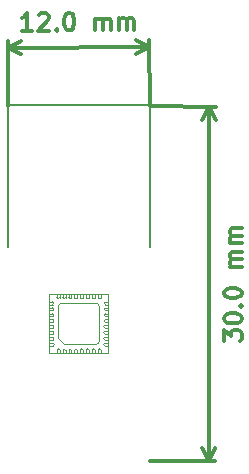
<source format=gbr>
G04 #@! TF.GenerationSoftware,KiCad,Pcbnew,(5.0.1-3-g963ef8bb5)*
G04 #@! TF.CreationDate,2018-11-23T17:34:31+10:30*
G04 #@! TF.ProjectId,electric-greetings,656C6563747269632D6772656574696E,1.0.0*
G04 #@! TF.SameCoordinates,Original*
G04 #@! TF.FileFunction,Drawing*
%FSLAX46Y46*%
G04 Gerber Fmt 4.6, Leading zero omitted, Abs format (unit mm)*
G04 Created by KiCad (PCBNEW (5.0.1-3-g963ef8bb5)) date Friday, 23 November 2018 at 05:34:31 pm*
%MOMM*%
%LPD*%
G01*
G04 APERTURE LIST*
%ADD10C,0.300000*%
%ADD11C,0.150000*%
%ADD12C,0.025000*%
G04 APERTURE END LIST*
D10*
X102044740Y-63577956D02*
X101187604Y-63581527D01*
X101616172Y-63579742D02*
X101609922Y-62079755D01*
X101467959Y-62294634D01*
X101325698Y-62438085D01*
X101183140Y-62510108D01*
X102610508Y-62218444D02*
X102681639Y-62146718D01*
X102824197Y-62074695D01*
X103181337Y-62073207D01*
X103324490Y-62144040D01*
X103396216Y-62215170D01*
X103468239Y-62357728D01*
X103468834Y-62500584D01*
X103398299Y-62715166D01*
X102544735Y-63575873D01*
X103473299Y-63572004D01*
X104115555Y-63426469D02*
X104187280Y-63497599D01*
X104116150Y-63569325D01*
X104044425Y-63498195D01*
X104115555Y-63426469D01*
X104116150Y-63569325D01*
X105109891Y-62065171D02*
X105252747Y-62064576D01*
X105395901Y-62135409D01*
X105467626Y-62206539D01*
X105539650Y-62349098D01*
X105612268Y-62634512D01*
X105613756Y-62991652D01*
X105543519Y-63277661D01*
X105472686Y-63420814D01*
X105401556Y-63492540D01*
X105258997Y-63564563D01*
X105116141Y-63565158D01*
X104972988Y-63494326D01*
X104901262Y-63423195D01*
X104829239Y-63280637D01*
X104756621Y-62995223D01*
X104755133Y-62638083D01*
X104825370Y-62352074D01*
X104896203Y-62208920D01*
X104967333Y-62137195D01*
X105109891Y-62065171D01*
X107401836Y-63555635D02*
X107397669Y-62555643D01*
X107398264Y-62698499D02*
X107469395Y-62626774D01*
X107611953Y-62554751D01*
X107826237Y-62553858D01*
X107969390Y-62624690D01*
X108041414Y-62767249D01*
X108044687Y-63552956D01*
X108041414Y-62767249D02*
X108112246Y-62624095D01*
X108254805Y-62552072D01*
X108469089Y-62551179D01*
X108612242Y-62622012D01*
X108684265Y-62764570D01*
X108687539Y-63550278D01*
X109401819Y-63547301D02*
X109397652Y-62547310D01*
X109398247Y-62690166D02*
X109469377Y-62618440D01*
X109611936Y-62546417D01*
X109826220Y-62545524D01*
X109969373Y-62616357D01*
X110041396Y-62758915D01*
X110044670Y-63544623D01*
X110041396Y-62758915D02*
X110112229Y-62615762D01*
X110254787Y-62543739D01*
X110469071Y-62542846D01*
X110612225Y-62613679D01*
X110684248Y-62756237D01*
X110687522Y-63541944D01*
X99979200Y-65008004D02*
X111979200Y-64958004D01*
X100000000Y-70000000D02*
X99976757Y-64421589D01*
X112000000Y-69950000D02*
X111976757Y-64371589D01*
X111979200Y-64958004D02*
X110855149Y-65549113D01*
X111979200Y-64958004D02*
X110850263Y-64376282D01*
X99979200Y-65008004D02*
X101108137Y-65589726D01*
X99979200Y-65008004D02*
X101103251Y-64416895D01*
X118272126Y-89867561D02*
X118273673Y-88938990D01*
X118844268Y-89439942D01*
X118844625Y-89225657D01*
X118916292Y-89082919D01*
X118987839Y-89011609D01*
X119130815Y-88940419D01*
X119487957Y-88941014D01*
X119630695Y-89012681D01*
X119702005Y-89084228D01*
X119773195Y-89227204D01*
X119772481Y-89655775D01*
X119700814Y-89798513D01*
X119629267Y-89869822D01*
X118275221Y-88010420D02*
X118275459Y-87867563D01*
X118347126Y-87724825D01*
X118418673Y-87653516D01*
X118561649Y-87582326D01*
X118847482Y-87511373D01*
X119204625Y-87511969D01*
X119490219Y-87583873D01*
X119632957Y-87655540D01*
X119704267Y-87727087D01*
X119775457Y-87870063D01*
X119775219Y-88012920D01*
X119703552Y-88155658D01*
X119632005Y-88226968D01*
X119489029Y-88298158D01*
X119203196Y-88369110D01*
X118846054Y-88368515D01*
X118560459Y-88296610D01*
X118417721Y-88224944D01*
X118346411Y-88153396D01*
X118275221Y-88010420D01*
X119634267Y-86869827D02*
X119705814Y-86798517D01*
X119777124Y-86870065D01*
X119705576Y-86941374D01*
X119634267Y-86869827D01*
X119777124Y-86870065D01*
X118278792Y-85867566D02*
X118279031Y-85724709D01*
X118350697Y-85581971D01*
X118422245Y-85510662D01*
X118565221Y-85439471D01*
X118851054Y-85368519D01*
X119208196Y-85369114D01*
X119493791Y-85441019D01*
X119636529Y-85512686D01*
X119707838Y-85584233D01*
X119779029Y-85727209D01*
X119778790Y-85870066D01*
X119707124Y-86012804D01*
X119635576Y-86084113D01*
X119492600Y-86155304D01*
X119206767Y-86226256D01*
X118849625Y-86225661D01*
X118564030Y-86153756D01*
X118421292Y-86082090D01*
X118349983Y-86010542D01*
X118278792Y-85867566D01*
X119782600Y-83584355D02*
X118782601Y-83582688D01*
X118925458Y-83582926D02*
X118854149Y-83511379D01*
X118782958Y-83368403D01*
X118783316Y-83154118D01*
X118854982Y-83011380D01*
X118997958Y-82940189D01*
X119783671Y-82941499D01*
X118997958Y-82940189D02*
X118855220Y-82868523D01*
X118784030Y-82725547D01*
X118784387Y-82511261D01*
X118856054Y-82368523D01*
X118999030Y-82297333D01*
X119784743Y-82298643D01*
X119785933Y-81584358D02*
X118785935Y-81582691D01*
X118928792Y-81582929D02*
X118857482Y-81511382D01*
X118786292Y-81368406D01*
X118786649Y-81154120D01*
X118858316Y-81011382D01*
X119001291Y-80940192D01*
X119787005Y-80941502D01*
X119001291Y-80940192D02*
X118858554Y-80868525D01*
X118787363Y-80725549D01*
X118787720Y-80511264D01*
X118859387Y-80368526D01*
X119002363Y-80297336D01*
X119788076Y-80298645D01*
X117026652Y-70008294D02*
X116976652Y-100008294D01*
X112050000Y-70000000D02*
X117613072Y-70009272D01*
X112000000Y-100000000D02*
X117563072Y-100009272D01*
X116976652Y-100008294D02*
X116392110Y-98880814D01*
X116976652Y-100008294D02*
X117564949Y-98882769D01*
X117026652Y-70008294D02*
X116438355Y-71133819D01*
X117026652Y-70008294D02*
X117611194Y-71135774D01*
D11*
G04 #@! TO.C,J?1*
X99970000Y-69900000D02*
X99970000Y-81900000D01*
X99970000Y-69900000D02*
X112030000Y-69900000D01*
X112030000Y-69900000D02*
X112030000Y-81900000D01*
D12*
G04 #@! TO.C,U1*
X104370000Y-90900000D02*
X104370000Y-90620000D01*
X104370000Y-90620000D02*
G75*
G03X104130000Y-90620000I-120000J0D01*
G01*
X104130000Y-90620000D02*
X104130000Y-90900000D01*
X104130000Y-90900000D02*
X104370000Y-90900000D01*
X104870000Y-90900000D02*
X104870000Y-90620000D01*
X104870000Y-90620000D02*
G75*
G03X104630000Y-90620000I-120000J0D01*
G01*
X104630000Y-90620000D02*
X104630000Y-90900000D01*
X104630000Y-90900000D02*
X104870000Y-90900000D01*
X105370000Y-90900000D02*
X105370000Y-90620000D01*
X105370000Y-90620000D02*
G75*
G03X105130000Y-90620000I-120000J0D01*
G01*
X105130000Y-90620000D02*
X105130000Y-90900000D01*
X105130000Y-90900000D02*
X105370000Y-90900000D01*
X105870000Y-90900000D02*
X105870000Y-90620000D01*
X105870000Y-90620000D02*
G75*
G03X105630000Y-90620000I-120000J0D01*
G01*
X105630000Y-90620000D02*
X105630000Y-90900000D01*
X105630000Y-90900000D02*
X105870000Y-90900000D01*
X106370000Y-90900000D02*
X106370000Y-90620000D01*
X106370000Y-90620000D02*
G75*
G03X106130000Y-90620000I-120000J0D01*
G01*
X106130000Y-90620000D02*
X106130000Y-90900000D01*
X106130000Y-90900000D02*
X106370000Y-90900000D01*
X106870000Y-90900000D02*
X106870000Y-90620000D01*
X106870000Y-90620000D02*
G75*
G03X106630000Y-90620000I-120000J0D01*
G01*
X106630000Y-90620000D02*
X106630000Y-90900000D01*
X106630000Y-90900000D02*
X106870000Y-90900000D01*
X107370000Y-90900000D02*
X107370000Y-90620000D01*
X107370000Y-90620000D02*
G75*
G03X107130000Y-90620000I-120000J0D01*
G01*
X107130000Y-90620000D02*
X107130000Y-90900000D01*
X107130000Y-90900000D02*
X107370000Y-90900000D01*
X107870000Y-90900000D02*
X107870000Y-90620000D01*
X107870000Y-90620000D02*
G75*
G03X107630000Y-90620000I-120000J0D01*
G01*
X107630000Y-90620000D02*
X107630000Y-90900000D01*
X107630000Y-90900000D02*
X107870000Y-90900000D01*
X108500000Y-90030000D02*
X108220000Y-90030000D01*
X108220000Y-90030000D02*
G75*
G03X108220000Y-90270000I0J-120000D01*
G01*
X108220000Y-90270000D02*
X108500000Y-90270000D01*
X108500000Y-90270000D02*
X108500000Y-90030000D01*
X108500000Y-89530000D02*
X108220000Y-89530000D01*
X108220000Y-89530000D02*
G75*
G03X108220000Y-89770000I0J-120000D01*
G01*
X108220000Y-89770000D02*
X108500000Y-89770000D01*
X108500000Y-89770000D02*
X108500000Y-89530000D01*
X108500000Y-89030000D02*
X108220000Y-89030000D01*
X108220000Y-89030000D02*
G75*
G03X108220000Y-89270000I0J-120000D01*
G01*
X108220000Y-89270000D02*
X108500000Y-89270000D01*
X108500000Y-89270000D02*
X108500000Y-89030000D01*
X108500000Y-88530000D02*
X108220000Y-88530000D01*
X108220000Y-88530000D02*
G75*
G03X108220000Y-88770000I0J-120000D01*
G01*
X108220000Y-88770000D02*
X108500000Y-88770000D01*
X108500000Y-88770000D02*
X108500000Y-88530000D01*
X108500000Y-88030000D02*
X108220000Y-88030000D01*
X108220000Y-88030000D02*
G75*
G03X108220000Y-88270000I0J-120000D01*
G01*
X108220000Y-88270000D02*
X108500000Y-88270000D01*
X108500000Y-88270000D02*
X108500000Y-88030000D01*
X108500000Y-87530000D02*
X108220000Y-87530000D01*
X108220000Y-87530000D02*
G75*
G03X108220000Y-87770000I0J-120000D01*
G01*
X108220000Y-87770000D02*
X108500000Y-87770000D01*
X108500000Y-87770000D02*
X108500000Y-87530000D01*
X108500000Y-87030000D02*
X108220000Y-87030000D01*
X108220000Y-87030000D02*
G75*
G03X108220000Y-87270000I0J-120000D01*
G01*
X108220000Y-87270000D02*
X108500000Y-87270000D01*
X108500000Y-87270000D02*
X108500000Y-87030000D01*
X108500000Y-86530000D02*
X108220000Y-86530000D01*
X108220000Y-86530000D02*
G75*
G03X108220000Y-86770000I0J-120000D01*
G01*
X108220000Y-86770000D02*
X108500000Y-86770000D01*
X108500000Y-86770000D02*
X108500000Y-86530000D01*
X107630000Y-85900000D02*
X107630000Y-86180000D01*
X107630000Y-86180000D02*
G75*
G03X107870000Y-86180000I120000J0D01*
G01*
X107870000Y-86180000D02*
X107870000Y-85900000D01*
X107870000Y-85900000D02*
X107630000Y-85900000D01*
X107130000Y-85900000D02*
X107130000Y-86180000D01*
X107130000Y-86180000D02*
G75*
G03X107370000Y-86180000I120000J0D01*
G01*
X107370000Y-86180000D02*
X107370000Y-85900000D01*
X107370000Y-85900000D02*
X107130000Y-85900000D01*
X106630000Y-85900000D02*
X106630000Y-86180000D01*
X106630000Y-86180000D02*
G75*
G03X106870000Y-86180000I120000J0D01*
G01*
X106870000Y-86180000D02*
X106870000Y-85900000D01*
X106870000Y-85900000D02*
X106630000Y-85900000D01*
X106130000Y-85900000D02*
X106130000Y-86180000D01*
X106130000Y-86180000D02*
G75*
G03X106370000Y-86180000I120000J0D01*
G01*
X106370000Y-86180000D02*
X106370000Y-85900000D01*
X106370000Y-85900000D02*
X106130000Y-85900000D01*
X105630000Y-85900000D02*
X105630000Y-86180000D01*
X105630000Y-86180000D02*
G75*
G03X105870000Y-86180000I120000J0D01*
G01*
X105870000Y-86180000D02*
X105870000Y-85900000D01*
X105870000Y-85900000D02*
X105630000Y-85900000D01*
X105130000Y-85900000D02*
X105130000Y-86180000D01*
X105130000Y-86180000D02*
G75*
G03X105370000Y-86180000I120000J0D01*
G01*
X105370000Y-86180000D02*
X105370000Y-85900000D01*
X105370000Y-85900000D02*
X105130000Y-85900000D01*
X104630000Y-85900000D02*
X104630000Y-86180000D01*
X104630000Y-86180000D02*
G75*
G03X104870000Y-86180000I120000J0D01*
G01*
X104870000Y-86180000D02*
X104870000Y-85900000D01*
X104870000Y-85900000D02*
X104630000Y-85900000D01*
X104130000Y-85900000D02*
X104130000Y-86180000D01*
X104130000Y-86180000D02*
G75*
G03X104370000Y-86180000I120000J0D01*
G01*
X104370000Y-86180000D02*
X104370000Y-85900000D01*
X104370000Y-85900000D02*
X104130000Y-85900000D01*
X103500000Y-86770000D02*
X103780000Y-86770000D01*
X103780000Y-86770000D02*
G75*
G03X103780000Y-86530000I0J120000D01*
G01*
X103780000Y-86530000D02*
X103500000Y-86530000D01*
X103500000Y-86530000D02*
X103500000Y-86770000D01*
X103500000Y-87270000D02*
X103780000Y-87270000D01*
X103780000Y-87270000D02*
G75*
G03X103780000Y-87030000I0J120000D01*
G01*
X103780000Y-87030000D02*
X103500000Y-87030000D01*
X103500000Y-87030000D02*
X103500000Y-87270000D01*
X103500000Y-87770000D02*
X103780000Y-87770000D01*
X103780000Y-87770000D02*
G75*
G03X103780000Y-87530000I0J120000D01*
G01*
X103780000Y-87530000D02*
X103500000Y-87530000D01*
X103500000Y-87530000D02*
X103500000Y-87770000D01*
X103500000Y-88270000D02*
X103780000Y-88270000D01*
X103780000Y-88270000D02*
G75*
G03X103780000Y-88030000I0J120000D01*
G01*
X103780000Y-88030000D02*
X103500000Y-88030000D01*
X103500000Y-88030000D02*
X103500000Y-88270000D01*
X103500000Y-88770000D02*
X103780000Y-88770000D01*
X103780000Y-88770000D02*
G75*
G03X103780000Y-88530000I0J120000D01*
G01*
X103780000Y-88530000D02*
X103500000Y-88530000D01*
X103500000Y-88530000D02*
X103500000Y-88770000D01*
X103500000Y-89270000D02*
X103780000Y-89270000D01*
X103780000Y-89270000D02*
G75*
G03X103780000Y-89030000I0J120000D01*
G01*
X103780000Y-89030000D02*
X103500000Y-89030000D01*
X103500000Y-89030000D02*
X103500000Y-89270000D01*
X103500000Y-89770000D02*
X103780000Y-89770000D01*
X103780000Y-89770000D02*
G75*
G03X103780000Y-89530000I0J120000D01*
G01*
X103780000Y-89530000D02*
X103500000Y-89530000D01*
X103500000Y-89530000D02*
X103500000Y-89770000D01*
X103500000Y-90270000D02*
X103780000Y-90270000D01*
X103780000Y-90270000D02*
G75*
G03X103780000Y-90030000I0J120000D01*
G01*
X103780000Y-90030000D02*
X103500000Y-90030000D01*
X103500000Y-90030000D02*
X103500000Y-90270000D01*
X104775000Y-90125000D02*
X107475000Y-90125000D01*
X107475000Y-90125000D02*
G75*
G03X107725000Y-89875000I0J250000D01*
G01*
X107725000Y-89875000D02*
X107725000Y-86925000D01*
X107725000Y-86925000D02*
G75*
G03X107475000Y-86675000I-250000J0D01*
G01*
X107475000Y-86675000D02*
X104525000Y-86675000D01*
X104525000Y-86675000D02*
G75*
G03X104275000Y-86925000I0J-250000D01*
G01*
X104275000Y-86925000D02*
X104275000Y-89625000D01*
X104275000Y-89625000D02*
X104775000Y-90125000D01*
X103500000Y-90900000D02*
X103500000Y-85900000D01*
X103500000Y-85900000D02*
X108500000Y-85900000D01*
X108500000Y-85900000D02*
X108500000Y-90900000D01*
X108500000Y-90900000D02*
X103500000Y-90900000D01*
G04 #@! TD*
M02*

</source>
